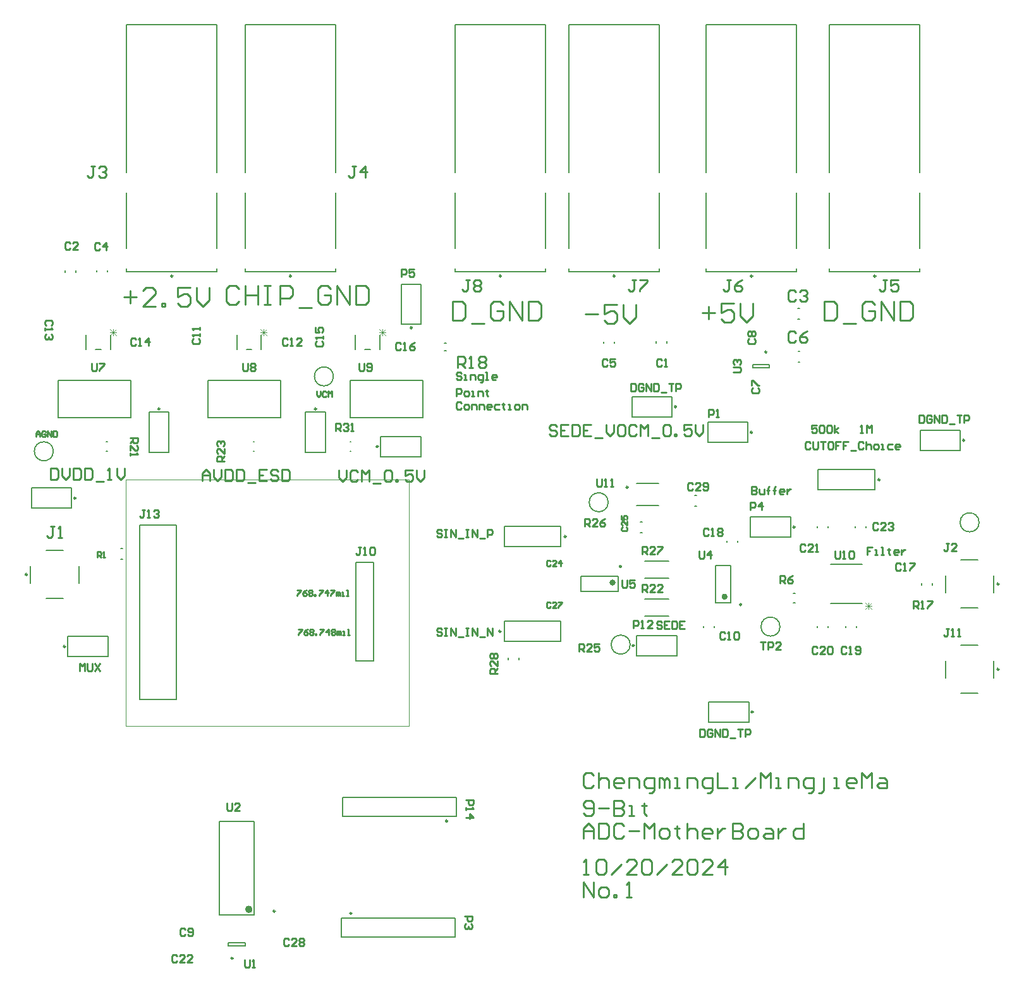
<source format=gto>
G04*
G04 #@! TF.GenerationSoftware,Altium Limited,Altium Designer,22.7.1 (60)*
G04*
G04 Layer_Color=65535*
%FSLAX44Y44*%
%MOMM*%
G71*
G04*
G04 #@! TF.SameCoordinates,34B7A8A0-57E4-4CCA-9FD8-BF788A575D18*
G04*
G04*
G04 #@! TF.FilePolarity,Positive*
G04*
G01*
G75*
%ADD10C,0.2000*%
%ADD11C,0.2500*%
%ADD12C,0.5000*%
%ADD13C,0.4000*%
%ADD14C,0.0254*%
%ADD15C,0.1524*%
%ADD16C,0.2540*%
%ADD17C,0.0762*%
D10*
X42672Y716280D02*
G03*
X42672Y716280I-12700J0D01*
G01*
X417830Y816610D02*
G03*
X417830Y816610I-12700J0D01*
G01*
X785876Y647954D02*
G03*
X785876Y647954I-12700J0D01*
G01*
X1016000Y481330D02*
G03*
X1016000Y481330I-12700J0D01*
G01*
X815340Y457200D02*
G03*
X815340Y457200I-12700J0D01*
G01*
X1282700Y621030D02*
G03*
X1282700Y621030I-12700J0D01*
G01*
X823928Y673520D02*
X853928D01*
X823928Y643520D02*
X853928D01*
X901974Y642736D02*
X904474D01*
X901974Y657236D02*
X904474D01*
X829330Y607430D02*
X831830D01*
X829330Y621930D02*
X831830D01*
X428498Y90678D02*
X580898D01*
X428498Y65278D02*
Y90678D01*
Y65278D02*
X580898D01*
Y90678D01*
X429768Y227330D02*
X582168D01*
Y252730D01*
X429768D02*
X582168D01*
X429768Y227330D02*
Y252730D01*
X277294Y53676D02*
X299794D01*
Y57576D01*
X277294D02*
X299794D01*
X277294Y53676D02*
Y57576D01*
X312021Y94980D02*
Y219980D01*
X265067D02*
X312021D01*
X265067Y94980D02*
Y219980D01*
Y94980D02*
X312021D01*
X1302250Y412690D02*
Y435670D01*
X1258510Y456430D02*
X1281490D01*
X1237750Y412690D02*
Y435670D01*
X1258510Y391930D02*
X1281490D01*
X1302250Y526990D02*
Y549970D01*
X1258510Y570730D02*
X1281490D01*
X1237750Y526990D02*
Y549970D01*
X1258510Y506230D02*
X1281490D01*
X12200Y539690D02*
Y562670D01*
X32960Y518930D02*
X55940D01*
X76700Y539690D02*
Y562670D01*
X32960Y583430D02*
X55940D01*
X817650Y762520D02*
Y789420D01*
Y762520D02*
X871450D01*
Y789420D01*
X817650D02*
X871450D01*
X1203730Y717562D02*
Y744462D01*
Y717562D02*
X1257530D01*
Y744462D01*
X1203730D02*
X1257530D01*
X508520Y940030D02*
X535420D01*
X508520Y886230D02*
Y940030D01*
Y886230D02*
X535420D01*
Y940030D01*
X62000Y441210D02*
X115800D01*
X62000D02*
Y468110D01*
X115800D01*
Y441210D02*
Y468110D01*
X133116Y571866D02*
X135616D01*
X133116Y585866D02*
X135616D01*
X646680Y488680D02*
X722380D01*
Y461280D02*
Y488680D01*
X646680Y461280D02*
X722380D01*
X646680D02*
Y488680D01*
X1116700Y613930D02*
Y615430D01*
X1131200Y613930D02*
Y615430D01*
X1065900Y613930D02*
Y615430D01*
X1080400Y613930D02*
Y615430D01*
X100700Y956830D02*
Y958330D01*
X115200Y956830D02*
Y958330D01*
X58790Y956330D02*
Y958830D01*
X73290Y956330D02*
Y958830D01*
X566690Y850730D02*
X568690D01*
X566690Y861230D02*
X568690D01*
X666130Y436900D02*
Y439400D01*
X652130Y436900D02*
Y439400D01*
X1205850Y537230D02*
Y539730D01*
X1219850Y537230D02*
Y539730D01*
X864500Y861080D02*
Y863580D01*
X850000Y861080D02*
Y863580D01*
X794650Y861580D02*
Y863080D01*
X780150Y861580D02*
Y863080D01*
X749700Y528480D02*
Y548480D01*
X799700Y528480D02*
Y548480D01*
X749700Y528480D02*
X799700D01*
X749700Y548480D02*
X799700D01*
X920520Y380480D02*
X974320D01*
Y353580D02*
Y380480D01*
X920520Y353580D02*
X974320D01*
X920520D02*
Y380480D01*
X928000Y480580D02*
Y482080D01*
X913500Y480580D02*
Y482080D01*
X945250Y594880D02*
Y596380D01*
X959750Y594880D02*
Y596380D01*
X1118500Y480580D02*
Y482080D01*
X1104000Y480580D02*
Y482080D01*
X1080400Y480580D02*
Y482080D01*
X1065900Y480580D02*
Y482080D01*
X919250Y755130D02*
X973050D01*
Y728230D02*
Y755130D01*
X919250Y728230D02*
X973050D01*
X919250D02*
Y755130D01*
X1001850Y828630D02*
Y832530D01*
X979350Y828630D02*
X1001850D01*
X979350D02*
Y832530D01*
X1001850D01*
X580771Y957072D02*
Y960975D01*
Y988475D02*
Y1062575D01*
Y1090075D02*
Y1288288D01*
X701929D01*
Y957072D02*
Y960975D01*
Y988475D02*
Y1062575D01*
Y1090075D02*
Y1288288D01*
X580771Y957072D02*
X701929D01*
X733171D02*
Y960975D01*
Y988475D02*
Y1062575D01*
Y1090075D02*
Y1288288D01*
X854329D01*
Y957072D02*
Y960975D01*
Y988475D02*
Y1062575D01*
Y1090075D02*
Y1288288D01*
X733171Y957072D02*
X854329D01*
X917321D02*
Y960975D01*
Y988475D02*
Y1062575D01*
Y1090075D02*
Y1288288D01*
X1038479D01*
Y957072D02*
Y960975D01*
Y988475D02*
Y1062575D01*
Y1090075D02*
Y1288288D01*
X917321Y957072D02*
X1038479D01*
X1082421D02*
Y960975D01*
Y988475D02*
Y1062575D01*
Y1090075D02*
Y1288288D01*
X1203579D01*
Y957072D02*
Y960975D01*
Y988475D02*
Y1062575D01*
Y1090075D02*
Y1288288D01*
X1082421Y957072D02*
X1203579D01*
X299593D02*
Y960975D01*
Y988475D02*
Y1062575D01*
Y1090075D02*
Y1288288D01*
X420751D01*
Y957072D02*
Y960975D01*
Y988475D02*
Y1062575D01*
Y1090075D02*
Y1288288D01*
X299593Y957072D02*
X420751D01*
X140843D02*
Y960975D01*
Y988475D02*
Y1062575D01*
Y1090075D02*
Y1288288D01*
X262001D01*
Y957072D02*
Y960975D01*
Y988475D02*
Y1062575D01*
Y1090075D02*
Y1288288D01*
X140843Y957072D02*
X262001D01*
X440050Y761280D02*
Y810880D01*
X537850D01*
Y761280D02*
Y810880D01*
X440050Y761280D02*
X537850D01*
X249550D02*
Y810880D01*
X347350D01*
Y761280D02*
Y810880D01*
X249550Y761280D02*
X347350D01*
X310424Y716380D02*
X311876D01*
X310424Y728880D02*
X311876D01*
X170700Y714780D02*
Y768580D01*
X197600D01*
Y714780D02*
Y768580D01*
X170700Y714780D02*
X197600D01*
X113574Y716380D02*
X115026D01*
X113574Y728880D02*
X115026D01*
X48890Y761280D02*
Y810880D01*
X146690D01*
Y761280D02*
Y810880D01*
X48890Y761280D02*
X146690D01*
X877800Y442480D02*
Y469380D01*
X824000D02*
X877800D01*
X824000Y442480D02*
Y469380D01*
Y442480D02*
X877800D01*
X534900Y709180D02*
Y736080D01*
X481100D02*
X534900D01*
X481100Y709180D02*
Y736080D01*
Y709180D02*
X534900D01*
X380250Y714780D02*
X407150D01*
Y768580D01*
X380250D02*
X407150D01*
X380250Y714780D02*
Y768580D01*
X976400Y601230D02*
Y628130D01*
Y601230D02*
X1030200D01*
Y628130D01*
X976400D02*
X1030200D01*
X13232Y640092D02*
Y666992D01*
Y640092D02*
X67032D01*
Y666992D01*
X13232D02*
X67032D01*
X1040650Y836030D02*
X1042150D01*
X1040650Y850530D02*
X1042150D01*
X1040150Y893180D02*
X1042650D01*
X1040150Y907680D02*
X1042650D01*
X207630Y383530D02*
Y617230D01*
X158130Y383530D02*
X207630D01*
X158130D02*
Y617230D01*
X207630D01*
X439964Y728880D02*
X441416D01*
X439964Y716380D02*
X441416D01*
X949800Y513480D02*
Y563480D01*
X929800Y513480D02*
Y563480D01*
Y513480D02*
X949800D01*
X929800Y563480D02*
X949800D01*
X1034050Y525680D02*
X1036050D01*
X1034050Y513180D02*
X1036050D01*
X1142750Y664480D02*
Y691880D01*
X1067050D02*
X1142750D01*
X1067050Y664480D02*
Y691880D01*
Y664480D02*
X1142750D01*
X447690Y435600D02*
X471790D01*
Y567700D01*
X447690D02*
X471790D01*
X447690Y435600D02*
Y567700D01*
X722380Y588280D02*
Y615680D01*
X646680D02*
X722380D01*
X646680Y588280D02*
Y615680D01*
Y588280D02*
X722380D01*
X834609Y495189D02*
X867191D01*
X834609Y518271D02*
X867191D01*
X834609Y545989D02*
X867191D01*
X834609Y569071D02*
X867191D01*
D11*
X812617Y668020D02*
G03*
X812617Y668020I-1250J0D01*
G01*
X442448Y97178D02*
G03*
X442448Y97178I-1250J0D01*
G01*
X570718Y220830D02*
G03*
X570718Y220830I-1250J0D01*
G01*
X283294Y36876D02*
G03*
X283294Y36876I-1250J0D01*
G01*
X339825Y99980D02*
G03*
X339825Y99980I-1250J0D01*
G01*
X1309250Y424180D02*
G03*
X1309250Y424180I-1250J0D01*
G01*
Y538480D02*
G03*
X1309250Y538480I-1250J0D01*
G01*
X7700Y551180D02*
G03*
X7700Y551180I-1250J0D01*
G01*
X877200Y775970D02*
G03*
X877200Y775970I-1250J0D01*
G01*
X1263280Y731012D02*
G03*
X1263280Y731012I-1250J0D01*
G01*
X523220Y881730D02*
G03*
X523220Y881730I-1250J0D01*
G01*
X58750Y454660D02*
G03*
X58750Y454660I-1250J0D01*
G01*
X642030Y474980D02*
G03*
X642030Y474980I-1250J0D01*
G01*
X803500Y561980D02*
G03*
X803500Y561980I-1250J0D01*
G01*
X980070Y367030D02*
G03*
X980070Y367030I-1250J0D01*
G01*
X978800Y741680D02*
G03*
X978800Y741680I-1250J0D01*
G01*
X998350Y849330D02*
G03*
X998350Y849330I-1250J0D01*
G01*
X642600Y951072D02*
G03*
X642600Y951072I-1250J0D01*
G01*
X795000D02*
G03*
X795000Y951072I-1250J0D01*
G01*
X979150D02*
G03*
X979150Y951072I-1250J0D01*
G01*
X1144250D02*
G03*
X1144250Y951072I-1250J0D01*
G01*
X361422D02*
G03*
X361422Y951072I-1250J0D01*
G01*
X202672D02*
G03*
X202672Y951072I-1250J0D01*
G01*
X185400Y773080D02*
G03*
X185400Y773080I-1250J0D01*
G01*
X820750Y455930D02*
G03*
X820750Y455930I-1250J0D01*
G01*
X477850Y722630D02*
G03*
X477850Y722630I-1250J0D01*
G01*
X394950Y773080D02*
G03*
X394950Y773080I-1250J0D01*
G01*
X1035950Y614680D02*
G03*
X1035950Y614680I-1250J0D01*
G01*
X72782Y653542D02*
G03*
X72782Y653542I-1250J0D01*
G01*
X964550Y510930D02*
G03*
X964550Y510930I-1250J0D01*
G01*
X1149900Y678180D02*
G03*
X1149900Y678180I-1250J0D01*
G01*
X729530Y601980D02*
G03*
X729530Y601980I-1250J0D01*
G01*
D12*
X307021Y102480D02*
G03*
X307021Y102480I-2500J0D01*
G01*
D13*
X793700Y540480D02*
G03*
X793700Y540480I-2000J0D01*
G01*
X943800Y521480D02*
G03*
X943800Y521480I-2000J0D01*
G01*
D14*
X139700Y347980D02*
X519430D01*
X139700Y678180D02*
X519430D01*
Y347980D02*
Y678180D01*
X139700Y347980D02*
Y678180D01*
D15*
X1083691Y564769D02*
X1126109D01*
X1083691Y512191D02*
X1126109D01*
X288417Y852424D02*
Y872236D01*
X301167Y852424D02*
X308433D01*
X321183D02*
Y872236D01*
X447167Y852424D02*
Y872236D01*
X459917Y852424D02*
X467183D01*
X479933D02*
Y872236D01*
X86487Y852424D02*
Y872236D01*
X99237Y852424D02*
X106503D01*
X119253D02*
Y872236D01*
D16*
X977900Y669287D02*
Y659130D01*
X982978D01*
X984671Y660823D01*
Y662516D01*
X982978Y664208D01*
X977900D01*
X982978D01*
X984671Y665901D01*
Y667594D01*
X982978Y669287D01*
X977900D01*
X988057Y665901D02*
Y660823D01*
X989750Y659130D01*
X994828D01*
Y665901D01*
X999906Y659130D02*
Y667594D01*
Y664208D01*
X998213D01*
X1001599D01*
X999906D01*
Y667594D01*
X1001599Y669287D01*
X1008370Y659130D02*
Y667594D01*
Y664208D01*
X1006677D01*
X1010063D01*
X1008370D01*
Y667594D01*
X1010063Y669287D01*
X1020220Y659130D02*
X1016834D01*
X1015141Y660823D01*
Y664208D01*
X1016834Y665901D01*
X1020220D01*
X1021913Y664208D01*
Y662516D01*
X1015141D01*
X1025298Y665901D02*
Y659130D01*
Y662516D01*
X1026991Y664208D01*
X1028684Y665901D01*
X1030376D01*
X1075690Y917354D02*
Y891962D01*
X1088386D01*
X1092618Y896194D01*
Y913122D01*
X1088386Y917354D01*
X1075690D01*
X1101082Y887730D02*
X1118010D01*
X1143401Y913122D02*
X1139169Y917354D01*
X1130706D01*
X1126474Y913122D01*
Y896194D01*
X1130706Y891962D01*
X1139169D01*
X1143401Y896194D01*
Y904658D01*
X1134938D01*
X1151865Y891962D02*
Y917354D01*
X1168793Y891962D01*
Y917354D01*
X1177257D02*
Y891962D01*
X1189953D01*
X1194185Y896194D01*
Y913122D01*
X1189953Y917354D01*
X1177257D01*
X242570Y676909D02*
Y687066D01*
X247648Y692144D01*
X252727Y687066D01*
Y676909D01*
Y684527D01*
X242570D01*
X257805Y692144D02*
Y681988D01*
X262883Y676909D01*
X267962Y681988D01*
Y692144D01*
X273040D02*
Y676909D01*
X280658D01*
X283197Y679448D01*
Y689605D01*
X280658Y692144D01*
X273040D01*
X288275D02*
Y676909D01*
X295893D01*
X298432Y679448D01*
Y689605D01*
X295893Y692144D01*
X288275D01*
X303510Y674370D02*
X313667D01*
X328902Y692144D02*
X318745D01*
Y676909D01*
X328902D01*
X318745Y684527D02*
X323824D01*
X344137Y689605D02*
X341598Y692144D01*
X336520D01*
X333980Y689605D01*
Y687066D01*
X336520Y684527D01*
X341598D01*
X344137Y681988D01*
Y679448D01*
X341598Y676909D01*
X336520D01*
X333980Y679448D01*
X349216Y692144D02*
Y676909D01*
X356833D01*
X359372Y679448D01*
Y689605D01*
X356833Y692144D01*
X349216D01*
X1139611Y588007D02*
X1132840D01*
Y582928D01*
X1136226D01*
X1132840D01*
Y577850D01*
X1142997D02*
X1146382D01*
X1144689D01*
Y584621D01*
X1142997D01*
X1151461Y577850D02*
X1154846D01*
X1153153D01*
Y588007D01*
X1151461D01*
X1161617Y586314D02*
Y584621D01*
X1159925D01*
X1163310D01*
X1161617D01*
Y579543D01*
X1163310Y577850D01*
X1173467D02*
X1170081D01*
X1168389Y579543D01*
Y582928D01*
X1170081Y584621D01*
X1173467D01*
X1175160Y582928D01*
Y581236D01*
X1168389D01*
X1178545Y584621D02*
Y577850D01*
Y581236D01*
X1180238Y582928D01*
X1181931Y584621D01*
X1183624D01*
X911860Y901696D02*
X928788D01*
X920324Y910160D02*
Y893232D01*
X954180Y914392D02*
X937252D01*
Y901696D01*
X945716Y905928D01*
X949948D01*
X954180Y901696D01*
Y893232D01*
X949948Y889000D01*
X941484D01*
X937252Y893232D01*
X962644Y914392D02*
Y897464D01*
X971107Y889000D01*
X979571Y897464D01*
Y914392D01*
X589701Y820578D02*
X588008Y822270D01*
X584623D01*
X582930Y820578D01*
Y818885D01*
X584623Y817192D01*
X588008D01*
X589701Y815499D01*
Y813807D01*
X588008Y812114D01*
X584623D01*
X582930Y813807D01*
X593087Y812114D02*
X596472D01*
X594780D01*
Y818885D01*
X593087D01*
X601551Y812114D02*
Y818885D01*
X606629D01*
X608322Y817192D01*
Y812114D01*
X615093Y808728D02*
X616786D01*
X618479Y810421D01*
Y818885D01*
X613400D01*
X611707Y817192D01*
Y813807D01*
X613400Y812114D01*
X618479D01*
X621864D02*
X625250D01*
X623557D01*
Y822270D01*
X621864D01*
X635406Y812114D02*
X632021D01*
X630328Y813807D01*
Y817192D01*
X632021Y818885D01*
X635406D01*
X637099Y817192D01*
Y815499D01*
X630328D01*
X582930Y790444D02*
Y800601D01*
X588008D01*
X589701Y798908D01*
Y795522D01*
X588008Y793830D01*
X582930D01*
X594780Y790444D02*
X598165D01*
X599858Y792137D01*
Y795522D01*
X598165Y797215D01*
X594780D01*
X593087Y795522D01*
Y792137D01*
X594780Y790444D01*
X603243D02*
X606629D01*
X604936D01*
Y797215D01*
X603243D01*
X611707Y790444D02*
Y797215D01*
X616786D01*
X618479Y795522D01*
Y790444D01*
X623557Y798908D02*
Y797215D01*
X621864D01*
X625250D01*
X623557D01*
Y792137D01*
X625250Y790444D01*
X589701Y780624D02*
X588008Y782317D01*
X584623D01*
X582930Y780624D01*
Y773853D01*
X584623Y772160D01*
X588008D01*
X589701Y773853D01*
X594780Y772160D02*
X598165D01*
X599858Y773853D01*
Y777238D01*
X598165Y778931D01*
X594780D01*
X593087Y777238D01*
Y773853D01*
X594780Y772160D01*
X603243D02*
Y778931D01*
X608322D01*
X610015Y777238D01*
Y772160D01*
X613400D02*
Y778931D01*
X618479D01*
X620171Y777238D01*
Y772160D01*
X628635D02*
X625250D01*
X623557Y773853D01*
Y777238D01*
X625250Y778931D01*
X628635D01*
X630328Y777238D01*
Y775546D01*
X623557D01*
X640485Y778931D02*
X635406D01*
X633714Y777238D01*
Y773853D01*
X635406Y772160D01*
X640485D01*
X645563Y780624D02*
Y778931D01*
X643870D01*
X647256D01*
X645563D01*
Y773853D01*
X647256Y772160D01*
X652334D02*
X655720D01*
X654027D01*
Y778931D01*
X652334D01*
X662491Y772160D02*
X665877D01*
X667569Y773853D01*
Y777238D01*
X665877Y778931D01*
X662491D01*
X660798Y777238D01*
Y773853D01*
X662491Y772160D01*
X670955D02*
Y778931D01*
X676033D01*
X677726Y777238D01*
Y772160D01*
X755650Y900426D02*
X772578D01*
X797970Y913122D02*
X781042D01*
Y900426D01*
X789506Y904658D01*
X793738D01*
X797970Y900426D01*
Y891962D01*
X793738Y887730D01*
X785274D01*
X781042Y891962D01*
X806434Y913122D02*
Y896194D01*
X814898Y887730D01*
X823361Y896194D01*
Y913122D01*
X370586Y478026D02*
X375664D01*
Y476756D01*
X370586Y471678D01*
Y470408D01*
X383282Y478026D02*
X380743Y476756D01*
X378204Y474217D01*
Y471678D01*
X379473Y470408D01*
X382012D01*
X383282Y471678D01*
Y472947D01*
X382012Y474217D01*
X378204D01*
X385821Y476756D02*
X387091Y478026D01*
X389630D01*
X390899Y476756D01*
Y475486D01*
X389630Y474217D01*
X390899Y472947D01*
Y471678D01*
X389630Y470408D01*
X387091D01*
X385821Y471678D01*
Y472947D01*
X387091Y474217D01*
X385821Y475486D01*
Y476756D01*
X387091Y474217D02*
X389630D01*
X393439Y470408D02*
Y471678D01*
X394708D01*
Y470408D01*
X393439D01*
X399787Y478026D02*
X404865D01*
Y476756D01*
X399787Y471678D01*
Y470408D01*
X411213D02*
Y478026D01*
X407404Y474217D01*
X412482D01*
X415022Y476756D02*
X416291Y478026D01*
X418830D01*
X420100Y476756D01*
Y475486D01*
X418830Y474217D01*
X420100Y472947D01*
Y471678D01*
X418830Y470408D01*
X416291D01*
X415022Y471678D01*
Y472947D01*
X416291Y474217D01*
X415022Y475486D01*
Y476756D01*
X416291Y474217D02*
X418830D01*
X422639Y470408D02*
Y475486D01*
X423909D01*
X425178Y474217D01*
Y470408D01*
Y474217D01*
X426448Y475486D01*
X427718Y474217D01*
Y470408D01*
X430257D02*
X432796D01*
X431526D01*
Y475486D01*
X430257D01*
X436605Y470408D02*
X439144D01*
X437874D01*
Y478026D01*
X436605D01*
X577850Y917354D02*
Y891962D01*
X590546D01*
X594778Y896194D01*
Y913122D01*
X590546Y917354D01*
X577850D01*
X603242Y887730D02*
X620170D01*
X645561Y913122D02*
X641329Y917354D01*
X632866D01*
X628634Y913122D01*
Y896194D01*
X632866Y891962D01*
X641329D01*
X645561Y896194D01*
Y904658D01*
X637098D01*
X654025Y891962D02*
Y917354D01*
X670953Y891962D01*
Y917354D01*
X679417D02*
Y891962D01*
X692113D01*
X696345Y896194D01*
Y913122D01*
X692113Y917354D01*
X679417D01*
X563031Y609597D02*
X561338Y611289D01*
X557953D01*
X556260Y609597D01*
Y607904D01*
X557953Y606211D01*
X561338D01*
X563031Y604518D01*
Y602826D01*
X561338Y601133D01*
X557953D01*
X556260Y602826D01*
X566417Y611289D02*
X569802D01*
X568110D01*
Y601133D01*
X566417D01*
X569802D01*
X574881D02*
Y611289D01*
X581652Y601133D01*
Y611289D01*
X585037Y599440D02*
X591809D01*
X595194Y611289D02*
X598580D01*
X596887D01*
Y601133D01*
X595194D01*
X598580D01*
X603658D02*
Y611289D01*
X610429Y601133D01*
Y611289D01*
X613815Y599440D02*
X620586D01*
X623971Y601133D02*
Y611289D01*
X629050D01*
X630743Y609597D01*
Y606211D01*
X629050Y604518D01*
X623971D01*
X1057061Y727707D02*
X1055368Y729399D01*
X1051983D01*
X1050290Y727707D01*
Y720936D01*
X1051983Y719243D01*
X1055368D01*
X1057061Y720936D01*
X1060447Y729399D02*
Y720936D01*
X1062140Y719243D01*
X1065525D01*
X1067218Y720936D01*
Y729399D01*
X1070603D02*
X1077375D01*
X1073989D01*
Y719243D01*
X1085838Y729399D02*
X1082453D01*
X1080760Y727707D01*
Y720936D01*
X1082453Y719243D01*
X1085838D01*
X1087531Y720936D01*
Y727707D01*
X1085838Y729399D01*
X1097688D02*
X1090917D01*
Y724321D01*
X1094303D01*
X1090917D01*
Y719243D01*
X1107845Y729399D02*
X1101074D01*
Y724321D01*
X1104459D01*
X1101074D01*
Y719243D01*
X1111230Y717550D02*
X1118001D01*
X1128158Y727707D02*
X1126465Y729399D01*
X1123080D01*
X1121387Y727707D01*
Y720936D01*
X1123080Y719243D01*
X1126465D01*
X1128158Y720936D01*
X1131544Y729399D02*
Y719243D01*
Y724321D01*
X1133237Y726014D01*
X1136622D01*
X1138315Y724321D01*
Y719243D01*
X1143393D02*
X1146779D01*
X1148472Y720936D01*
Y724321D01*
X1146779Y726014D01*
X1143393D01*
X1141701Y724321D01*
Y720936D01*
X1143393Y719243D01*
X1151857D02*
X1155243D01*
X1153550D01*
Y726014D01*
X1151857D01*
X1167092D02*
X1162014D01*
X1160321Y724321D01*
Y720936D01*
X1162014Y719243D01*
X1167092D01*
X1175556D02*
X1172171D01*
X1170478Y720936D01*
Y724321D01*
X1172171Y726014D01*
X1175556D01*
X1177249Y724321D01*
Y722628D01*
X1170478D01*
X78325Y421640D02*
Y431797D01*
X81711Y428411D01*
X85097Y431797D01*
Y421640D01*
X88482Y431797D02*
Y423333D01*
X90175Y421640D01*
X93560D01*
X95253Y423333D01*
Y431797D01*
X98639D02*
X105410Y421640D01*
Y431797D02*
X98639Y421640D01*
X908812Y343573D02*
Y333417D01*
X913890D01*
X915583Y335110D01*
Y341881D01*
X913890Y343573D01*
X908812D01*
X925740Y341881D02*
X924047Y343573D01*
X920661D01*
X918969Y341881D01*
Y335110D01*
X920661Y333417D01*
X924047D01*
X925740Y335110D01*
Y338495D01*
X922354D01*
X929125Y333417D02*
Y343573D01*
X935897Y333417D01*
Y343573D01*
X939282D02*
Y333417D01*
X944361D01*
X946053Y335110D01*
Y341881D01*
X944361Y343573D01*
X939282D01*
X949439Y331724D02*
X956210D01*
X959596Y343573D02*
X966367D01*
X962981D01*
Y333417D01*
X969752D02*
Y343573D01*
X974831D01*
X976524Y341881D01*
Y338495D01*
X974831Y336802D01*
X969752D01*
X752856Y149090D02*
X759627D01*
X756242D01*
Y169403D01*
X752856Y166018D01*
X769784D02*
X773169Y169403D01*
X779941D01*
X783326Y166018D01*
Y152476D01*
X779941Y149090D01*
X773169D01*
X769784Y152476D01*
Y166018D01*
X790097Y149090D02*
X803640Y162632D01*
X823953Y149090D02*
X810411D01*
X823953Y162632D01*
Y166018D01*
X820567Y169403D01*
X813796D01*
X810411Y166018D01*
X830724D02*
X834110Y169403D01*
X840881D01*
X844266Y166018D01*
Y152476D01*
X840881Y149090D01*
X834110D01*
X830724Y152476D01*
Y166018D01*
X851038Y149090D02*
X864580Y162632D01*
X884893Y149090D02*
X871351D01*
X884893Y162632D01*
Y166018D01*
X881508Y169403D01*
X874736D01*
X871351Y166018D01*
X891664D02*
X895050Y169403D01*
X901821D01*
X905207Y166018D01*
Y152476D01*
X901821Y149090D01*
X895050D01*
X891664Y152476D01*
Y166018D01*
X925520Y149090D02*
X911978D01*
X925520Y162632D01*
Y166018D01*
X922134Y169403D01*
X915363D01*
X911978Y166018D01*
X942448Y149090D02*
Y169403D01*
X932291Y159247D01*
X945834D01*
X752856Y118618D02*
Y138931D01*
X766398Y118618D01*
Y138931D01*
X776555Y118618D02*
X783326D01*
X786712Y122004D01*
Y128775D01*
X783326Y132160D01*
X776555D01*
X773169Y128775D01*
Y122004D01*
X776555Y118618D01*
X793483D02*
Y122004D01*
X796868D01*
Y118618D01*
X793483D01*
X810411D02*
X817182D01*
X813796D01*
Y138931D01*
X810411Y135546D01*
X1065189Y751583D02*
X1058418D01*
Y746504D01*
X1061804Y748197D01*
X1063496D01*
X1065189Y746504D01*
Y743119D01*
X1063496Y741426D01*
X1060111D01*
X1058418Y743119D01*
X1068575Y749890D02*
X1070267Y751583D01*
X1073653D01*
X1075346Y749890D01*
Y743119D01*
X1073653Y741426D01*
X1070267D01*
X1068575Y743119D01*
Y749890D01*
X1078731D02*
X1080424Y751583D01*
X1083810D01*
X1085503Y749890D01*
Y743119D01*
X1083810Y741426D01*
X1080424D01*
X1078731Y743119D01*
Y749890D01*
X1088888Y741426D02*
Y751583D01*
Y744812D02*
X1093967Y748197D01*
X1088888Y744812D02*
X1093967Y741426D01*
X1201928Y764706D02*
Y754549D01*
X1207006D01*
X1208699Y756242D01*
Y763013D01*
X1207006Y764706D01*
X1201928D01*
X1218856Y763013D02*
X1217163Y764706D01*
X1213777D01*
X1212085Y763013D01*
Y756242D01*
X1213777Y754549D01*
X1217163D01*
X1218856Y756242D01*
Y759627D01*
X1215470D01*
X1222241Y754549D02*
Y764706D01*
X1229013Y754549D01*
Y764706D01*
X1232398D02*
Y754549D01*
X1237477D01*
X1239169Y756242D01*
Y763013D01*
X1237477Y764706D01*
X1232398D01*
X1242555Y752856D02*
X1249326D01*
X1252712Y764706D02*
X1259483D01*
X1256097D01*
Y754549D01*
X1262868D02*
Y764706D01*
X1267947D01*
X1269640Y763013D01*
Y759627D01*
X1267947Y757934D01*
X1262868D01*
X563031Y477517D02*
X561338Y479210D01*
X557953D01*
X556260Y477517D01*
Y475824D01*
X557953Y474131D01*
X561338D01*
X563031Y472438D01*
Y470746D01*
X561338Y469053D01*
X557953D01*
X556260Y470746D01*
X566417Y479210D02*
X569802D01*
X568110D01*
Y469053D01*
X566417D01*
X569802D01*
X574881D02*
Y479210D01*
X581652Y469053D01*
Y479210D01*
X585037Y467360D02*
X591809D01*
X595194Y479210D02*
X598580D01*
X596887D01*
Y469053D01*
X595194D01*
X598580D01*
X603658D02*
Y479210D01*
X610429Y469053D01*
Y479210D01*
X613815Y467360D02*
X620586D01*
X623971Y469053D02*
Y479210D01*
X630743Y469053D01*
Y479210D01*
X717547Y749295D02*
X715007Y751834D01*
X709929D01*
X707390Y749295D01*
Y746756D01*
X709929Y744217D01*
X715007D01*
X717547Y741677D01*
Y739138D01*
X715007Y736599D01*
X709929D01*
X707390Y739138D01*
X732782Y751834D02*
X722625D01*
Y736599D01*
X732782D01*
X722625Y744217D02*
X727703D01*
X737860Y751834D02*
Y736599D01*
X745478D01*
X748017Y739138D01*
Y749295D01*
X745478Y751834D01*
X737860D01*
X763252D02*
X753095D01*
Y736599D01*
X763252D01*
X753095Y744217D02*
X758174D01*
X768330Y734060D02*
X778487D01*
X783565Y751834D02*
Y741677D01*
X788644Y736599D01*
X793722Y741677D01*
Y751834D01*
X806418D02*
X801340D01*
X798800Y749295D01*
Y739138D01*
X801340Y736599D01*
X806418D01*
X808957Y739138D01*
Y749295D01*
X806418Y751834D01*
X824192Y749295D02*
X821653Y751834D01*
X816575D01*
X814035Y749295D01*
Y739138D01*
X816575Y736599D01*
X821653D01*
X824192Y739138D01*
X829271Y736599D02*
Y751834D01*
X834349Y746756D01*
X839427Y751834D01*
Y736599D01*
X844506Y734060D02*
X854662D01*
X859741Y749295D02*
X862280Y751834D01*
X867358D01*
X869897Y749295D01*
Y739138D01*
X867358Y736599D01*
X862280D01*
X859741Y739138D01*
Y749295D01*
X874976Y736599D02*
Y739138D01*
X877515D01*
Y736599D01*
X874976D01*
X897828Y751834D02*
X887672D01*
Y744217D01*
X892750Y746756D01*
X895289D01*
X897828Y744217D01*
Y739138D01*
X895289Y736599D01*
X890211D01*
X887672Y739138D01*
X902907Y751834D02*
Y741677D01*
X907985Y736599D01*
X913064Y741677D01*
Y751834D01*
X1123950Y741426D02*
X1127336D01*
X1125643D01*
Y751583D01*
X1123950Y749890D01*
X1132414Y741426D02*
Y751583D01*
X1135799Y748197D01*
X1139185Y751583D01*
Y741426D01*
X815848Y807377D02*
Y797221D01*
X820926D01*
X822619Y798914D01*
Y805685D01*
X820926Y807377D01*
X815848D01*
X832776Y805685D02*
X831083Y807377D01*
X827698D01*
X826005Y805685D01*
Y798914D01*
X827698Y797221D01*
X831083D01*
X832776Y798914D01*
Y802299D01*
X829390D01*
X836161Y797221D02*
Y807377D01*
X842933Y797221D01*
Y807377D01*
X846318D02*
Y797221D01*
X851396D01*
X853089Y798914D01*
Y805685D01*
X851396Y807377D01*
X846318D01*
X856475Y795528D02*
X863246D01*
X866632Y807377D02*
X873403D01*
X870017D01*
Y797221D01*
X876788D02*
Y807377D01*
X881867D01*
X883559Y805685D01*
Y802299D01*
X881867Y800606D01*
X876788D01*
X425450Y690874D02*
Y680717D01*
X430528Y675639D01*
X435607Y680717D01*
Y690874D01*
X450842Y688335D02*
X448303Y690874D01*
X443224D01*
X440685Y688335D01*
Y678178D01*
X443224Y675639D01*
X448303D01*
X450842Y678178D01*
X455920Y675639D02*
Y690874D01*
X460998Y685796D01*
X466077Y690874D01*
Y675639D01*
X471155Y673100D02*
X481312D01*
X486390Y688335D02*
X488929Y690874D01*
X494008D01*
X496547Y688335D01*
Y678178D01*
X494008Y675639D01*
X488929D01*
X486390Y678178D01*
Y688335D01*
X501625Y675639D02*
Y678178D01*
X504165D01*
Y675639D01*
X501625D01*
X524478Y690874D02*
X514321D01*
Y683257D01*
X519400Y685796D01*
X521939D01*
X524478Y683257D01*
Y678178D01*
X521939Y675639D01*
X516860D01*
X514321Y678178D01*
X529556Y690874D02*
Y680717D01*
X534635Y675639D01*
X539713Y680717D01*
Y690874D01*
X137160Y922778D02*
X154088D01*
X145624Y931242D02*
Y914314D01*
X179480Y910082D02*
X162552D01*
X179480Y927010D01*
Y931242D01*
X175248Y935474D01*
X166784D01*
X162552Y931242D01*
X187944Y910082D02*
Y914314D01*
X192176D01*
Y910082D01*
X187944D01*
X226031Y935474D02*
X209103D01*
Y922778D01*
X217567Y927010D01*
X221799D01*
X226031Y922778D01*
Y914314D01*
X221799Y910082D01*
X213335D01*
X209103Y914314D01*
X234495Y935474D02*
Y918546D01*
X242959Y910082D01*
X251423Y918546D01*
Y935474D01*
X290994Y934204D02*
X286762Y938436D01*
X278298D01*
X274066Y934204D01*
Y917276D01*
X278298Y913044D01*
X286762D01*
X290994Y917276D01*
X299458Y938436D02*
Y913044D01*
Y925740D01*
X316386D01*
Y938436D01*
Y913044D01*
X324850Y938436D02*
X333313D01*
X329082D01*
Y913044D01*
X324850D01*
X333313D01*
X346009D02*
Y938436D01*
X358705D01*
X362937Y934204D01*
Y925740D01*
X358705Y921508D01*
X346009D01*
X371401Y908812D02*
X388329D01*
X413721Y934204D02*
X409489Y938436D01*
X401025D01*
X396793Y934204D01*
Y917276D01*
X401025Y913044D01*
X409489D01*
X413721Y917276D01*
Y925740D01*
X405257D01*
X422185Y913044D02*
Y938436D01*
X439113Y913044D01*
Y938436D01*
X447577D02*
Y913044D01*
X460272D01*
X464505Y917276D01*
Y934204D01*
X460272Y938436D01*
X447577D01*
X369316Y530603D02*
X374394D01*
Y529334D01*
X369316Y524256D01*
Y522986D01*
X382012Y530603D02*
X379473Y529334D01*
X376934Y526795D01*
Y524256D01*
X378203Y522986D01*
X380742D01*
X382012Y524256D01*
Y525525D01*
X380742Y526795D01*
X376934D01*
X384551Y529334D02*
X385821Y530603D01*
X388360D01*
X389629Y529334D01*
Y528064D01*
X388360Y526795D01*
X389629Y525525D01*
Y524256D01*
X388360Y522986D01*
X385821D01*
X384551Y524256D01*
Y525525D01*
X385821Y526795D01*
X384551Y528064D01*
Y529334D01*
X385821Y526795D02*
X388360D01*
X392169Y522986D02*
Y524256D01*
X393438D01*
Y522986D01*
X392169D01*
X398517Y530603D02*
X403595D01*
Y529334D01*
X398517Y524256D01*
Y522986D01*
X409943D02*
Y530603D01*
X406134Y526795D01*
X411212D01*
X413752Y530603D02*
X418830D01*
Y529334D01*
X413752Y524256D01*
Y522986D01*
X421369D02*
Y528064D01*
X422639D01*
X423908Y526795D01*
Y522986D01*
Y526795D01*
X425178Y528064D01*
X426447Y526795D01*
Y522986D01*
X428987D02*
X431526D01*
X430256D01*
Y528064D01*
X428987D01*
X435335Y522986D02*
X437874D01*
X436604D01*
Y530603D01*
X435335D01*
X39370Y693414D02*
Y678179D01*
X46988D01*
X49527Y680718D01*
Y690875D01*
X46988Y693414D01*
X39370D01*
X54605D02*
Y683258D01*
X59683Y678179D01*
X64762Y683258D01*
Y693414D01*
X69840D02*
Y678179D01*
X77458D01*
X79997Y680718D01*
Y690875D01*
X77458Y693414D01*
X69840D01*
X85075D02*
Y678179D01*
X92693D01*
X95232Y680718D01*
Y690875D01*
X92693Y693414D01*
X85075D01*
X100310Y675640D02*
X110467D01*
X115545Y678179D02*
X120624D01*
X118084D01*
Y693414D01*
X115545Y690875D01*
X128241Y693414D02*
Y683258D01*
X133320Y678179D01*
X138398Y683258D01*
Y693414D01*
X857671Y487254D02*
X855978Y488947D01*
X852593D01*
X850900Y487254D01*
Y485561D01*
X852593Y483868D01*
X855978D01*
X857671Y482176D01*
Y480483D01*
X855978Y478790D01*
X852593D01*
X850900Y480483D01*
X867828Y488947D02*
X861057D01*
Y478790D01*
X867828D01*
X861057Y483868D02*
X864442D01*
X871213Y488947D02*
Y478790D01*
X876292D01*
X877985Y480483D01*
Y487254D01*
X876292Y488947D01*
X871213D01*
X888141D02*
X881370D01*
Y478790D01*
X888141D01*
X881370Y483868D02*
X884756D01*
X766398Y282509D02*
X763013Y285895D01*
X756242D01*
X752856Y282509D01*
Y268967D01*
X756242Y265581D01*
X763013D01*
X766398Y268967D01*
X773169Y285895D02*
Y265581D01*
Y275738D01*
X776555Y279124D01*
X783326D01*
X786712Y275738D01*
Y265581D01*
X803640D02*
X796868D01*
X793483Y268967D01*
Y275738D01*
X796868Y279124D01*
X803640D01*
X807025Y275738D01*
Y272353D01*
X793483D01*
X813796Y265581D02*
Y279124D01*
X823953D01*
X827339Y275738D01*
Y265581D01*
X840881Y258810D02*
X844266D01*
X847652Y262196D01*
Y279124D01*
X837495D01*
X834110Y275738D01*
Y268967D01*
X837495Y265581D01*
X847652D01*
X854423D02*
Y279124D01*
X857809D01*
X861194Y275738D01*
Y265581D01*
Y275738D01*
X864580Y279124D01*
X867965Y275738D01*
Y265581D01*
X874736D02*
X881508D01*
X878122D01*
Y279124D01*
X874736D01*
X891664Y265581D02*
Y279124D01*
X901821D01*
X905207Y275738D01*
Y265581D01*
X918749Y258810D02*
X922134D01*
X925520Y262196D01*
Y279124D01*
X915363D01*
X911978Y275738D01*
Y268967D01*
X915363Y265581D01*
X925520D01*
X932291Y285895D02*
Y265581D01*
X945834D01*
X952605D02*
X959376D01*
X955990D01*
Y279124D01*
X952605D01*
X969532Y265581D02*
X983075Y279124D01*
X989846Y265581D02*
Y285895D01*
X996617Y279124D01*
X1003388Y285895D01*
Y265581D01*
X1010159D02*
X1016930D01*
X1013545D01*
Y279124D01*
X1010159D01*
X1027087Y265581D02*
Y279124D01*
X1037244D01*
X1040630Y275738D01*
Y265581D01*
X1054172Y258810D02*
X1057557D01*
X1060943Y262196D01*
Y279124D01*
X1050786D01*
X1047401Y275738D01*
Y268967D01*
X1050786Y265581D01*
X1060943D01*
X1067714Y258810D02*
X1071100D01*
X1074485Y262196D01*
Y279124D01*
X1088027Y265581D02*
X1094799D01*
X1091413D01*
Y279124D01*
X1088027D01*
X1115112Y265581D02*
X1108341D01*
X1104955Y268967D01*
Y275738D01*
X1108341Y279124D01*
X1115112D01*
X1118498Y275738D01*
Y272353D01*
X1104955D01*
X1125269Y265581D02*
Y285895D01*
X1132040Y279124D01*
X1138811Y285895D01*
Y265581D01*
X1148968Y279124D02*
X1155739D01*
X1159125Y275738D01*
Y265581D01*
X1148968D01*
X1145582Y268967D01*
X1148968Y272353D01*
X1159125D01*
X752856Y231724D02*
X756242Y228338D01*
X763013D01*
X766398Y231724D01*
Y245266D01*
X763013Y248652D01*
X756242D01*
X752856Y245266D01*
Y241880D01*
X756242Y238495D01*
X766398D01*
X773169D02*
X786712D01*
X793483Y248652D02*
Y228338D01*
X803640D01*
X807025Y231724D01*
Y235109D01*
X803640Y238495D01*
X793483D01*
X803640D01*
X807025Y241880D01*
Y245266D01*
X803640Y248652D01*
X793483D01*
X813796Y228338D02*
X820567D01*
X817182D01*
Y241880D01*
X813796D01*
X834110Y245266D02*
Y241880D01*
X830724D01*
X837495D01*
X834110D01*
Y231724D01*
X837495Y228338D01*
X752856Y197866D02*
Y211408D01*
X759627Y218179D01*
X766398Y211408D01*
Y197866D01*
Y208023D01*
X752856D01*
X773169Y218179D02*
Y197866D01*
X783326D01*
X786712Y201252D01*
Y214794D01*
X783326Y218179D01*
X773169D01*
X807025Y214794D02*
X803640Y218179D01*
X796868D01*
X793483Y214794D01*
Y201252D01*
X796868Y197866D01*
X803640D01*
X807025Y201252D01*
X813796Y208023D02*
X827339D01*
X834110Y197866D02*
Y218179D01*
X840881Y211408D01*
X847652Y218179D01*
Y197866D01*
X857809D02*
X864580D01*
X867965Y201252D01*
Y208023D01*
X864580Y211408D01*
X857809D01*
X854423Y208023D01*
Y201252D01*
X857809Y197866D01*
X878122Y214794D02*
Y211408D01*
X874736D01*
X881508D01*
X878122D01*
Y201252D01*
X881508Y197866D01*
X891664Y218179D02*
Y197866D01*
Y208023D01*
X895050Y211408D01*
X901821D01*
X905207Y208023D01*
Y197866D01*
X922134D02*
X915363D01*
X911978Y201252D01*
Y208023D01*
X915363Y211408D01*
X922134D01*
X925520Y208023D01*
Y204637D01*
X911978D01*
X932291Y211408D02*
Y197866D01*
Y204637D01*
X935677Y208023D01*
X939062Y211408D01*
X942448D01*
X952605Y218179D02*
Y197866D01*
X962761D01*
X966147Y201252D01*
Y204637D01*
X962761Y208023D01*
X952605D01*
X962761D01*
X966147Y211408D01*
Y214794D01*
X962761Y218179D01*
X952605D01*
X976304Y197866D02*
X983075D01*
X986460Y201252D01*
Y208023D01*
X983075Y211408D01*
X976304D01*
X972918Y208023D01*
Y201252D01*
X976304Y197866D01*
X996617Y211408D02*
X1003388D01*
X1006774Y208023D01*
Y197866D01*
X996617D01*
X993232Y201252D01*
X996617Y204637D01*
X1006774D01*
X1013545Y211408D02*
Y197866D01*
Y204637D01*
X1016930Y208023D01*
X1020316Y211408D01*
X1023702D01*
X1047401Y218179D02*
Y197866D01*
X1037244D01*
X1033858Y201252D01*
Y208023D01*
X1037244Y211408D01*
X1047401D01*
X395732Y796542D02*
Y791463D01*
X398271Y788924D01*
X400810Y791463D01*
Y796542D01*
X408428Y795272D02*
X407158Y796542D01*
X404619D01*
X403349Y795272D01*
Y790194D01*
X404619Y788924D01*
X407158D01*
X408428Y790194D01*
X410967Y788924D02*
Y796542D01*
X413506Y794002D01*
X416045Y796542D01*
Y788924D01*
X19812Y735584D02*
Y740662D01*
X22351Y743202D01*
X24890Y740662D01*
Y735584D01*
Y739393D01*
X19812D01*
X32508Y741932D02*
X31238Y743202D01*
X28699D01*
X27429Y741932D01*
Y736854D01*
X28699Y735584D01*
X31238D01*
X32508Y736854D01*
Y739393D01*
X29969D01*
X35047Y735584D02*
Y743202D01*
X40125Y735584D01*
Y743202D01*
X42665D02*
Y735584D01*
X46473D01*
X47743Y736854D01*
Y741932D01*
X46473Y743202D01*
X42665D01*
X770555Y679448D02*
Y670984D01*
X772248Y669292D01*
X775633D01*
X777326Y670984D01*
Y679448D01*
X780712Y669292D02*
X784097D01*
X782404D01*
Y679448D01*
X780712Y677756D01*
X789176Y669292D02*
X792561D01*
X790868D01*
Y679448D01*
X789176Y677756D01*
X898993Y672422D02*
X897300Y674114D01*
X893914D01*
X892222Y672422D01*
Y665650D01*
X893914Y663958D01*
X897300D01*
X898993Y665650D01*
X909150Y663958D02*
X902378D01*
X909150Y670729D01*
Y672422D01*
X907457Y674114D01*
X904071D01*
X902378Y672422D01*
X912535Y665650D02*
X914228Y663958D01*
X917614D01*
X919306Y665650D01*
Y672422D01*
X917614Y674114D01*
X914228D01*
X912535Y672422D01*
Y670729D01*
X914228Y669036D01*
X919306D01*
X595124Y248916D02*
X605280D01*
Y243838D01*
X603588Y242145D01*
X600202D01*
X598509Y243838D01*
Y248916D01*
X595124Y238759D02*
Y235374D01*
Y237066D01*
X605280D01*
X603588Y238759D01*
X595124Y225217D02*
X605280D01*
X600202Y230295D01*
Y223524D01*
X593470Y92923D02*
X603627D01*
Y87845D01*
X601934Y86152D01*
X598549D01*
X596856Y87845D01*
Y92923D01*
X601934Y82766D02*
X603627Y81074D01*
Y77688D01*
X601934Y75995D01*
X600241D01*
X598549Y77688D01*
Y79381D01*
Y77688D01*
X596856Y75995D01*
X595163D01*
X593470Y77688D01*
Y81074D01*
X595163Y82766D01*
X275508Y245108D02*
Y236644D01*
X277201Y234952D01*
X280586D01*
X282279Y236644D01*
Y245108D01*
X292436Y234952D02*
X285665D01*
X292436Y241723D01*
Y243416D01*
X290743Y245108D01*
X287358D01*
X285665Y243416D01*
X299299Y34796D02*
Y26332D01*
X300992Y24640D01*
X304377D01*
X306070Y26332D01*
Y34796D01*
X309456Y24640D02*
X312841D01*
X311148D01*
Y34796D01*
X309456Y33104D01*
X358227Y62060D02*
X356534Y63752D01*
X353148D01*
X351456Y62060D01*
Y55288D01*
X353148Y53596D01*
X356534D01*
X358227Y55288D01*
X368384Y53596D02*
X361612D01*
X368384Y60367D01*
Y62060D01*
X366691Y63752D01*
X363305D01*
X361612Y62060D01*
X371769D02*
X373462Y63752D01*
X376847D01*
X378540Y62060D01*
Y60367D01*
X376847Y58674D01*
X378540Y56981D01*
Y55288D01*
X376847Y53596D01*
X373462D01*
X371769Y55288D01*
Y56981D01*
X373462Y58674D01*
X371769Y60367D01*
Y62060D01*
X373462Y58674D02*
X376847D01*
X208113Y39708D02*
X206420Y41400D01*
X203034D01*
X201342Y39708D01*
Y32936D01*
X203034Y31244D01*
X206420D01*
X208113Y32936D01*
X218270Y31244D02*
X211498D01*
X218270Y38015D01*
Y39708D01*
X216577Y41400D01*
X213191D01*
X211498Y39708D01*
X228426Y31244D02*
X221655D01*
X228426Y38015D01*
Y39708D01*
X226733Y41400D01*
X223348D01*
X221655Y39708D01*
X219541Y75268D02*
X217848Y76960D01*
X214463D01*
X212770Y75268D01*
Y68496D01*
X214463Y66804D01*
X217848D01*
X219541Y68496D01*
X222927D02*
X224620Y66804D01*
X228005D01*
X229698Y68496D01*
Y75268D01*
X228005Y76960D01*
X224620D01*
X222927Y75268D01*
Y73575D01*
X224620Y71882D01*
X229698D01*
X508762Y949960D02*
Y960117D01*
X513840D01*
X515533Y958424D01*
Y955038D01*
X513840Y953346D01*
X508762D01*
X525690Y960117D02*
X518919D01*
Y955038D01*
X522304Y956731D01*
X523997D01*
X525690Y955038D01*
Y951653D01*
X523997Y949960D01*
X520611D01*
X518919Y951653D01*
X101348Y574041D02*
Y581659D01*
X105156D01*
X106426Y580389D01*
Y577850D01*
X105156Y576580D01*
X101348D01*
X103887D02*
X106426Y574041D01*
X108965D02*
X111504D01*
X110235D01*
Y581659D01*
X108965Y580389D01*
X637538Y418258D02*
X627382D01*
Y423336D01*
X629074Y425029D01*
X632460D01*
X634153Y423336D01*
Y418258D01*
Y421643D02*
X637538Y425029D01*
Y435186D02*
Y428414D01*
X630767Y435186D01*
X629074D01*
X627382Y433493D01*
Y430107D01*
X629074Y428414D01*
Y438571D02*
X627382Y440264D01*
Y443649D01*
X629074Y445342D01*
X630767D01*
X632460Y443649D01*
X634153Y445342D01*
X635846D01*
X637538Y443649D01*
Y440264D01*
X635846Y438571D01*
X634153D01*
X632460Y440264D01*
X630767Y438571D01*
X629074D01*
X632460Y440264D02*
Y443649D01*
X1089664Y582928D02*
Y574464D01*
X1091357Y572772D01*
X1094743D01*
X1096435Y574464D01*
Y582928D01*
X1099821Y572772D02*
X1103206D01*
X1101514D01*
Y582928D01*
X1099821Y581236D01*
X1108285D02*
X1109978Y582928D01*
X1113363D01*
X1115056Y581236D01*
Y574464D01*
X1113363Y572772D01*
X1109978D01*
X1108285Y574464D01*
Y581236D01*
X452546Y834388D02*
Y825924D01*
X454239Y824232D01*
X457624D01*
X459317Y825924D01*
Y834388D01*
X462703Y825924D02*
X464396Y824232D01*
X467781D01*
X469474Y825924D01*
Y832696D01*
X467781Y834388D01*
X464396D01*
X462703Y832696D01*
Y831003D01*
X464396Y829310D01*
X469474D01*
X296336Y834388D02*
Y825924D01*
X298029Y824232D01*
X301414D01*
X303107Y825924D01*
Y834388D01*
X306493Y832696D02*
X308186Y834388D01*
X311571D01*
X313264Y832696D01*
Y831003D01*
X311571Y829310D01*
X313264Y827617D01*
Y825924D01*
X311571Y824232D01*
X308186D01*
X306493Y825924D01*
Y827617D01*
X308186Y829310D01*
X306493Y831003D01*
Y832696D01*
X308186Y829310D02*
X311571D01*
X94406Y834388D02*
Y825924D01*
X96099Y824232D01*
X99484D01*
X101177Y825924D01*
Y834388D01*
X104563D02*
X111334D01*
Y832696D01*
X104563Y825924D01*
Y824232D01*
X804336Y543558D02*
Y535094D01*
X806029Y533402D01*
X809414D01*
X811107Y535094D01*
Y543558D01*
X821264D02*
X814493D01*
Y538480D01*
X817878Y540173D01*
X819571D01*
X821264Y538480D01*
Y535094D01*
X819571Y533402D01*
X816186D01*
X814493Y535094D01*
X908050Y582927D02*
Y574463D01*
X909743Y572770D01*
X913128D01*
X914821Y574463D01*
Y582927D01*
X923285Y572770D02*
Y582927D01*
X918207Y577848D01*
X924978D01*
X953772Y822116D02*
X962236D01*
X963928Y823809D01*
Y827194D01*
X962236Y828887D01*
X953772D01*
X955464Y832273D02*
X953772Y833966D01*
Y837351D01*
X955464Y839044D01*
X957157D01*
X958850Y837351D01*
Y835658D01*
Y837351D01*
X960543Y839044D01*
X962236D01*
X963928Y837351D01*
Y833966D01*
X962236Y832273D01*
X989758Y461008D02*
X996529D01*
X993143D01*
Y450852D01*
X999914D02*
Y461008D01*
X1004993D01*
X1006686Y459316D01*
Y455930D01*
X1004993Y454237D01*
X999914D01*
X1016842Y450852D02*
X1010071D01*
X1016842Y457623D01*
Y459316D01*
X1015150Y461008D01*
X1011764D01*
X1010071Y459316D01*
X420624Y743712D02*
Y753869D01*
X425702D01*
X427395Y752176D01*
Y748790D01*
X425702Y747098D01*
X420624D01*
X424010D02*
X427395Y743712D01*
X430781Y752176D02*
X432473Y753869D01*
X435859D01*
X437552Y752176D01*
Y750483D01*
X435859Y748790D01*
X434166D01*
X435859D01*
X437552Y747098D01*
Y745405D01*
X435859Y743712D01*
X432473D01*
X430781Y745405D01*
X440937Y743712D02*
X444323D01*
X442630D01*
Y753869D01*
X440937Y752176D01*
X831088Y578612D02*
Y588769D01*
X836166D01*
X837859Y587076D01*
Y583690D01*
X836166Y581998D01*
X831088D01*
X834474D02*
X837859Y578612D01*
X848016D02*
X841245D01*
X848016Y585383D01*
Y587076D01*
X846323Y588769D01*
X842937D01*
X841245Y587076D01*
X851401Y588769D02*
X858173D01*
Y587076D01*
X851401Y580305D01*
Y578612D01*
X754398Y615952D02*
Y626108D01*
X759476D01*
X761169Y624416D01*
Y621030D01*
X759476Y619337D01*
X754398D01*
X757783D02*
X761169Y615952D01*
X771326D02*
X764554D01*
X771326Y622723D01*
Y624416D01*
X769633Y626108D01*
X766247D01*
X764554Y624416D01*
X781482Y626108D02*
X778097Y624416D01*
X774711Y621030D01*
Y617644D01*
X776404Y615952D01*
X779790D01*
X781482Y617644D01*
Y619337D01*
X779790Y621030D01*
X774711D01*
X747188Y448312D02*
Y458468D01*
X752266D01*
X753959Y456776D01*
Y453390D01*
X752266Y451697D01*
X747188D01*
X750573D02*
X753959Y448312D01*
X764116D02*
X757344D01*
X764116Y455083D01*
Y456776D01*
X762423Y458468D01*
X759037D01*
X757344Y456776D01*
X774272Y458468D02*
X767501D01*
Y453390D01*
X770887Y455083D01*
X772579D01*
X774272Y453390D01*
Y450004D01*
X772579Y448312D01*
X769194D01*
X767501Y450004D01*
X271778Y702738D02*
X261622D01*
Y707816D01*
X263314Y709509D01*
X266700D01*
X268393Y707816D01*
Y702738D01*
Y706123D02*
X271778Y709509D01*
Y719666D02*
Y712895D01*
X265007Y719666D01*
X263314D01*
X261622Y717973D01*
Y714587D01*
X263314Y712895D01*
Y723051D02*
X261622Y724744D01*
Y728130D01*
X263314Y729822D01*
X265007D01*
X266700Y728130D01*
Y726437D01*
Y728130D01*
X268393Y729822D01*
X270086D01*
X271778Y728130D01*
Y724744D01*
X270086Y723051D01*
X831088Y527812D02*
Y537969D01*
X836166D01*
X837859Y536276D01*
Y532890D01*
X836166Y531198D01*
X831088D01*
X834474D02*
X837859Y527812D01*
X848016D02*
X841245D01*
X848016Y534583D01*
Y536276D01*
X846323Y537969D01*
X842937D01*
X841245Y536276D01*
X858173Y527812D02*
X851401D01*
X858173Y534583D01*
Y536276D01*
X856480Y537969D01*
X853094D01*
X851401Y536276D01*
X146052Y734480D02*
X156208D01*
Y729401D01*
X154516Y727708D01*
X151130D01*
X149437Y729401D01*
Y734480D01*
Y731094D02*
X146052Y727708D01*
Y717552D02*
Y724323D01*
X152823Y717552D01*
X154516D01*
X156208Y719244D01*
Y722630D01*
X154516Y724323D01*
X146052Y714166D02*
Y710780D01*
Y712473D01*
X156208D01*
X154516Y714166D01*
X584206Y828043D02*
Y843278D01*
X591824D01*
X594363Y840738D01*
Y835660D01*
X591824Y833121D01*
X584206D01*
X589285D02*
X594363Y828043D01*
X599441D02*
X604520D01*
X601980D01*
Y843278D01*
X599441Y840738D01*
X612137D02*
X614676Y843278D01*
X619755D01*
X622294Y840738D01*
Y838199D01*
X619755Y835660D01*
X622294Y833121D01*
Y830582D01*
X619755Y828043D01*
X614676D01*
X612137Y830582D01*
Y833121D01*
X614676Y835660D01*
X612137Y838199D01*
Y840738D01*
X614676Y835660D02*
X619755D01*
X1195074Y505462D02*
Y515618D01*
X1200153D01*
X1201845Y513926D01*
Y510540D01*
X1200153Y508847D01*
X1195074D01*
X1198460D02*
X1201845Y505462D01*
X1205231D02*
X1208616D01*
X1206924D01*
Y515618D01*
X1205231Y513926D01*
X1213695Y515618D02*
X1220466D01*
Y513926D01*
X1213695Y507154D01*
Y505462D01*
X1016254Y539750D02*
Y549907D01*
X1021332D01*
X1023025Y548214D01*
Y544828D01*
X1021332Y543136D01*
X1016254D01*
X1019640D02*
X1023025Y539750D01*
X1033182Y549907D02*
X1029796Y548214D01*
X1026411Y544828D01*
Y541443D01*
X1028103Y539750D01*
X1031489D01*
X1033182Y541443D01*
Y543136D01*
X1031489Y544828D01*
X1026411D01*
X819658Y479298D02*
Y489455D01*
X824736D01*
X826429Y487762D01*
Y484376D01*
X824736Y482684D01*
X819658D01*
X829815Y479298D02*
X833200D01*
X831507D01*
Y489455D01*
X829815Y487762D01*
X845050Y479298D02*
X838279D01*
X845050Y486069D01*
Y487762D01*
X843357Y489455D01*
X839971D01*
X838279Y487762D01*
X976630Y638048D02*
Y648205D01*
X981708D01*
X983401Y646512D01*
Y643126D01*
X981708Y641434D01*
X976630D01*
X991865Y638048D02*
Y648205D01*
X986787Y643126D01*
X993558D01*
X920329Y762002D02*
Y772158D01*
X925407D01*
X927100Y770466D01*
Y767080D01*
X925407Y765387D01*
X920329D01*
X930486Y762002D02*
X933871D01*
X932178D01*
Y772158D01*
X930486Y770466D01*
X165013Y637537D02*
X161628D01*
X163320D01*
Y629073D01*
X161628Y627380D01*
X159935D01*
X158242Y629073D01*
X168399Y627380D02*
X171784D01*
X170091D01*
Y637537D01*
X168399Y635844D01*
X176863D02*
X178555Y637537D01*
X181941D01*
X183634Y635844D01*
Y634151D01*
X181941Y632458D01*
X180248D01*
X181941D01*
X183634Y630766D01*
Y629073D01*
X181941Y627380D01*
X178555D01*
X176863Y629073D01*
X1242481Y478787D02*
X1239096D01*
X1240788D01*
Y470323D01*
X1239096Y468630D01*
X1237403D01*
X1235710Y470323D01*
X1245867Y468630D02*
X1249252D01*
X1247560D01*
Y478787D01*
X1245867Y477094D01*
X1254331Y468630D02*
X1257716D01*
X1256023D01*
Y478787D01*
X1254331Y477094D01*
X454573Y588007D02*
X451188D01*
X452880D01*
Y579543D01*
X451188Y577850D01*
X449495D01*
X447802Y579543D01*
X457959Y577850D02*
X461344D01*
X459651D01*
Y588007D01*
X457959Y586314D01*
X466423D02*
X468115Y588007D01*
X471501D01*
X473194Y586314D01*
Y579543D01*
X471501Y577850D01*
X468115D01*
X466423Y579543D01*
Y586314D01*
X600711Y946148D02*
X595633D01*
X598172D01*
Y933452D01*
X595633Y930912D01*
X593093D01*
X590554Y933452D01*
X605789Y943608D02*
X608328Y946148D01*
X613407D01*
X615946Y943608D01*
Y941069D01*
X613407Y938530D01*
X615946Y935991D01*
Y933452D01*
X613407Y930912D01*
X608328D01*
X605789Y933452D01*
Y935991D01*
X608328Y938530D01*
X605789Y941069D01*
Y943608D01*
X608328Y938530D02*
X613407D01*
X822961Y946148D02*
X817883D01*
X820422D01*
Y933452D01*
X817883Y930912D01*
X815343D01*
X812804Y933452D01*
X828039Y946148D02*
X838196D01*
Y943608D01*
X828039Y933452D01*
Y930912D01*
X949961Y946148D02*
X944883D01*
X947422D01*
Y933452D01*
X944883Y930912D01*
X942343D01*
X939804Y933452D01*
X965196Y946148D02*
X960117Y943608D01*
X955039Y938530D01*
Y933452D01*
X957578Y930912D01*
X962657D01*
X965196Y933452D01*
Y935991D01*
X962657Y938530D01*
X955039D01*
X1159511Y946148D02*
X1154433D01*
X1156972D01*
Y933452D01*
X1154433Y930912D01*
X1151893D01*
X1149354Y933452D01*
X1174746Y946148D02*
X1164589D01*
Y938530D01*
X1169668Y941069D01*
X1172207D01*
X1174746Y938530D01*
Y933452D01*
X1172207Y930912D01*
X1167128D01*
X1164589Y933452D01*
X447803Y1098548D02*
X442724D01*
X445264D01*
Y1085852D01*
X442724Y1083313D01*
X440185D01*
X437646Y1085852D01*
X460499Y1083313D02*
Y1098548D01*
X452881Y1090930D01*
X463038D01*
X98553Y1098548D02*
X93475D01*
X96014D01*
Y1085852D01*
X93475Y1083313D01*
X90935D01*
X88396Y1085852D01*
X103631Y1096008D02*
X106170Y1098548D01*
X111249D01*
X113788Y1096008D01*
Y1093469D01*
X111249Y1090930D01*
X108709D01*
X111249D01*
X113788Y1088391D01*
Y1085852D01*
X111249Y1083313D01*
X106170D01*
X103631Y1085852D01*
X1242481Y593087D02*
X1239096D01*
X1240788D01*
Y584623D01*
X1239096Y582930D01*
X1237403D01*
X1235710Y584623D01*
X1252638Y582930D02*
X1245867D01*
X1252638Y589701D01*
Y591394D01*
X1250945Y593087D01*
X1247560D01*
X1245867Y591394D01*
X44450Y615947D02*
X39372D01*
X41911D01*
Y603252D01*
X39372Y600713D01*
X36832D01*
X34293Y603252D01*
X49528Y600713D02*
X54607D01*
X52068D01*
Y615947D01*
X49528Y613408D01*
X708662Y513079D02*
X707392Y514349D01*
X704853D01*
X703583Y513079D01*
Y508001D01*
X704853Y506731D01*
X707392D01*
X708662Y508001D01*
X716279Y506731D02*
X711201D01*
X716279Y511810D01*
Y513079D01*
X715010Y514349D01*
X712470D01*
X711201Y513079D01*
X718818Y514349D02*
X723897D01*
Y513079D01*
X718818Y508001D01*
Y506731D01*
X805181Y614682D02*
X803911Y613412D01*
Y610873D01*
X805181Y609603D01*
X810259D01*
X811529Y610873D01*
Y613412D01*
X810259Y614682D01*
X811529Y622299D02*
Y617221D01*
X806450Y622299D01*
X805181D01*
X803911Y621030D01*
Y618490D01*
X805181Y617221D01*
X803911Y629917D02*
Y624838D01*
X807720D01*
X806450Y627378D01*
Y628647D01*
X807720Y629917D01*
X810259D01*
X811529Y628647D01*
Y626108D01*
X810259Y624838D01*
X708662Y568959D02*
X707392Y570229D01*
X704853D01*
X703583Y568959D01*
Y563881D01*
X704853Y562611D01*
X707392D01*
X708662Y563881D01*
X716279Y562611D02*
X711201D01*
X716279Y567690D01*
Y568959D01*
X715010Y570229D01*
X712470D01*
X711201Y568959D01*
X722627Y562611D02*
Y570229D01*
X718818Y566420D01*
X723897D01*
X1147659Y619082D02*
X1145966Y620774D01*
X1142580D01*
X1140888Y619082D01*
Y612310D01*
X1142580Y610618D01*
X1145966D01*
X1147659Y612310D01*
X1157816Y610618D02*
X1151044D01*
X1157816Y617389D01*
Y619082D01*
X1156123Y620774D01*
X1152737D01*
X1151044Y619082D01*
X1161201D02*
X1162894Y620774D01*
X1166280D01*
X1167972Y619082D01*
Y617389D01*
X1166280Y615696D01*
X1164587D01*
X1166280D01*
X1167972Y614003D01*
Y612310D01*
X1166280Y610618D01*
X1162894D01*
X1161201Y612310D01*
X1050038Y590634D02*
X1048345Y592326D01*
X1044959D01*
X1043267Y590634D01*
Y583862D01*
X1044959Y582170D01*
X1048345D01*
X1050038Y583862D01*
X1060194Y582170D02*
X1053423D01*
X1060194Y588941D01*
Y590634D01*
X1058502Y592326D01*
X1055116D01*
X1053423Y590634D01*
X1063580Y582170D02*
X1066965D01*
X1065273D01*
Y592326D01*
X1063580Y590634D01*
X1066379Y452966D02*
X1064686Y454658D01*
X1061301D01*
X1059608Y452966D01*
Y446194D01*
X1061301Y444502D01*
X1064686D01*
X1066379Y446194D01*
X1076536Y444502D02*
X1069764D01*
X1076536Y451273D01*
Y452966D01*
X1074843Y454658D01*
X1071457D01*
X1069764Y452966D01*
X1079921D02*
X1081614Y454658D01*
X1084999D01*
X1086692Y452966D01*
Y446194D01*
X1084999Y444502D01*
X1081614D01*
X1079921Y446194D01*
Y452966D01*
X1105325D02*
X1103633Y454658D01*
X1100247D01*
X1098554Y452966D01*
Y446194D01*
X1100247Y444502D01*
X1103633D01*
X1105325Y446194D01*
X1108711Y444502D02*
X1112096D01*
X1110404D01*
Y454658D01*
X1108711Y452966D01*
X1117175Y446194D02*
X1118868Y444502D01*
X1122253D01*
X1123946Y446194D01*
Y452966D01*
X1122253Y454658D01*
X1118868D01*
X1117175Y452966D01*
Y451273D01*
X1118868Y449580D01*
X1123946D01*
X920159Y611716D02*
X918466Y613408D01*
X915081D01*
X913388Y611716D01*
Y604944D01*
X915081Y603252D01*
X918466D01*
X920159Y604944D01*
X923545Y603252D02*
X926930D01*
X925238D01*
Y613408D01*
X923545Y611716D01*
X932009D02*
X933702Y613408D01*
X937087D01*
X938780Y611716D01*
Y610023D01*
X937087Y608330D01*
X938780Y606637D01*
Y604944D01*
X937087Y603252D01*
X933702D01*
X932009Y604944D01*
Y606637D01*
X933702Y608330D01*
X932009Y610023D01*
Y611716D01*
X933702Y608330D02*
X937087D01*
X1177715Y564726D02*
X1176022Y566418D01*
X1172637D01*
X1170944Y564726D01*
Y557954D01*
X1172637Y556262D01*
X1176022D01*
X1177715Y557954D01*
X1181101Y556262D02*
X1184486D01*
X1182794D01*
Y566418D01*
X1181101Y564726D01*
X1189565Y566418D02*
X1196336D01*
Y564726D01*
X1189565Y557954D01*
Y556262D01*
X508425Y860016D02*
X506732Y861708D01*
X503347D01*
X501654Y860016D01*
Y853244D01*
X503347Y851552D01*
X506732D01*
X508425Y853244D01*
X511811Y851552D02*
X515196D01*
X513504D01*
Y861708D01*
X511811Y860016D01*
X527046Y861708D02*
X523660Y860016D01*
X520275Y856630D01*
Y853244D01*
X521968Y851552D01*
X525353D01*
X527046Y853244D01*
Y854937D01*
X525353Y856630D01*
X520275D01*
X395394Y864025D02*
X393702Y862333D01*
Y858947D01*
X395394Y857254D01*
X402166D01*
X403858Y858947D01*
Y862333D01*
X402166Y864025D01*
X403858Y867411D02*
Y870796D01*
Y869104D01*
X393702D01*
X395394Y867411D01*
X393702Y882646D02*
Y875875D01*
X398780D01*
X397087Y879260D01*
Y880953D01*
X398780Y882646D01*
X402166D01*
X403858Y880953D01*
Y877568D01*
X402166Y875875D01*
X153075Y866730D02*
X151382Y868423D01*
X147997D01*
X146304Y866730D01*
Y859959D01*
X147997Y858266D01*
X151382D01*
X153075Y859959D01*
X156461Y858266D02*
X159846D01*
X158153D01*
Y868423D01*
X156461Y866730D01*
X170003Y858266D02*
Y868423D01*
X164925Y863344D01*
X171696D01*
X40216Y884765D02*
X41908Y886458D01*
Y889843D01*
X40216Y891536D01*
X33444D01*
X31752Y889843D01*
Y886458D01*
X33444Y884765D01*
X31752Y881379D02*
Y877994D01*
Y879686D01*
X41908D01*
X40216Y881379D01*
Y872915D02*
X41908Y871222D01*
Y867837D01*
X40216Y866144D01*
X38523D01*
X36830Y867837D01*
Y869530D01*
Y867837D01*
X35137Y866144D01*
X33444D01*
X31752Y867837D01*
Y871222D01*
X33444Y872915D01*
X356275Y866730D02*
X354582Y868423D01*
X351197D01*
X349504Y866730D01*
Y859959D01*
X351197Y858266D01*
X354582D01*
X356275Y859959D01*
X359661Y858266D02*
X363046D01*
X361353D01*
Y868423D01*
X359661Y866730D01*
X374896Y858266D02*
X368125D01*
X374896Y865037D01*
Y866730D01*
X373203Y868423D01*
X369817D01*
X368125Y866730D01*
X230294Y866988D02*
X228602Y865295D01*
Y861910D01*
X230294Y860217D01*
X237066D01*
X238758Y861910D01*
Y865295D01*
X237066Y866988D01*
X238758Y870374D02*
Y873759D01*
Y872066D01*
X228602D01*
X230294Y870374D01*
X238758Y878838D02*
Y882223D01*
Y880530D01*
X228602D01*
X230294Y878838D01*
X942003Y472270D02*
X940311Y473962D01*
X936925D01*
X935232Y472270D01*
Y465498D01*
X936925Y463806D01*
X940311D01*
X942003Y465498D01*
X945389Y463806D02*
X948774D01*
X947082D01*
Y473962D01*
X945389Y472270D01*
X953853D02*
X955546Y473962D01*
X958931D01*
X960624Y472270D01*
Y465498D01*
X958931Y463806D01*
X955546D01*
X953853Y465498D01*
Y472270D01*
X974514Y866987D02*
X972822Y865294D01*
Y861909D01*
X974514Y860216D01*
X981286D01*
X982978Y861909D01*
Y865294D01*
X981286Y866987D01*
X974514Y870373D02*
X972822Y872066D01*
Y875451D01*
X974514Y877144D01*
X976207D01*
X977900Y875451D01*
X979593Y877144D01*
X981286D01*
X982978Y875451D01*
Y872066D01*
X981286Y870373D01*
X979593D01*
X977900Y872066D01*
X976207Y870373D01*
X974514D01*
X977900Y872066D02*
Y875451D01*
X979594Y800947D02*
X977902Y799254D01*
Y795869D01*
X979594Y794176D01*
X986366D01*
X988058Y795869D01*
Y799254D01*
X986366Y800947D01*
X977902Y804333D02*
Y811104D01*
X979594D01*
X986366Y804333D01*
X988058D01*
X1037079Y875026D02*
X1034539Y877565D01*
X1029461D01*
X1026922Y875026D01*
Y864869D01*
X1029461Y862330D01*
X1034539D01*
X1037079Y864869D01*
X1052314Y877565D02*
X1047235Y875026D01*
X1042157Y869948D01*
Y864869D01*
X1044696Y862330D01*
X1049775D01*
X1052314Y864869D01*
Y867408D01*
X1049775Y869948D01*
X1042157D01*
X785281Y838282D02*
X783588Y839975D01*
X780203D01*
X778510Y838282D01*
Y831511D01*
X780203Y829818D01*
X783588D01*
X785281Y831511D01*
X795438Y839975D02*
X788667D01*
Y834896D01*
X792052Y836589D01*
X793745D01*
X795438Y834896D01*
Y831511D01*
X793745Y829818D01*
X790359D01*
X788667Y831511D01*
X104987Y993986D02*
X103294Y995678D01*
X99909D01*
X98216Y993986D01*
Y987214D01*
X99909Y985522D01*
X103294D01*
X104987Y987214D01*
X113451Y985522D02*
Y995678D01*
X108373Y990600D01*
X115144D01*
X1037079Y929890D02*
X1034539Y932429D01*
X1029461D01*
X1026922Y929890D01*
Y919733D01*
X1029461Y917194D01*
X1034539D01*
X1037079Y919733D01*
X1042157Y929890D02*
X1044696Y932429D01*
X1049775D01*
X1052314Y929890D01*
Y927351D01*
X1049775Y924811D01*
X1047235D01*
X1049775D01*
X1052314Y922272D01*
Y919733D01*
X1049775Y917194D01*
X1044696D01*
X1042157Y919733D01*
X65617Y995256D02*
X63924Y996948D01*
X60539D01*
X58846Y995256D01*
Y988484D01*
X60539Y986792D01*
X63924D01*
X65617Y988484D01*
X75774Y986792D02*
X69003D01*
X75774Y993563D01*
Y995256D01*
X74081Y996948D01*
X70696D01*
X69003Y995256D01*
X857417Y838282D02*
X855724Y839975D01*
X852339D01*
X850646Y838282D01*
Y831511D01*
X852339Y829818D01*
X855724D01*
X857417Y831511D01*
X860803Y829818D02*
X864188D01*
X862495D01*
Y839975D01*
X860803Y838282D01*
D17*
X1138873Y504786D02*
X1130409Y513250D01*
X1138873D02*
X1130409Y504786D01*
X1138873Y509018D02*
X1130409D01*
X1134641Y513250D02*
Y504786D01*
X328690Y879983D02*
X320226Y871519D01*
Y879983D02*
X328690Y871519D01*
X324458Y879983D02*
Y871519D01*
X320226Y875751D02*
X328690D01*
X487440Y879983D02*
X478976Y871519D01*
Y879983D02*
X487440Y871519D01*
X483208Y879983D02*
Y871519D01*
X478976Y875751D02*
X487440D01*
X126760Y879983D02*
X118296Y871519D01*
Y879983D02*
X126760Y871519D01*
X122528Y879983D02*
Y871519D01*
X118296Y875751D02*
X126760D01*
M02*

</source>
